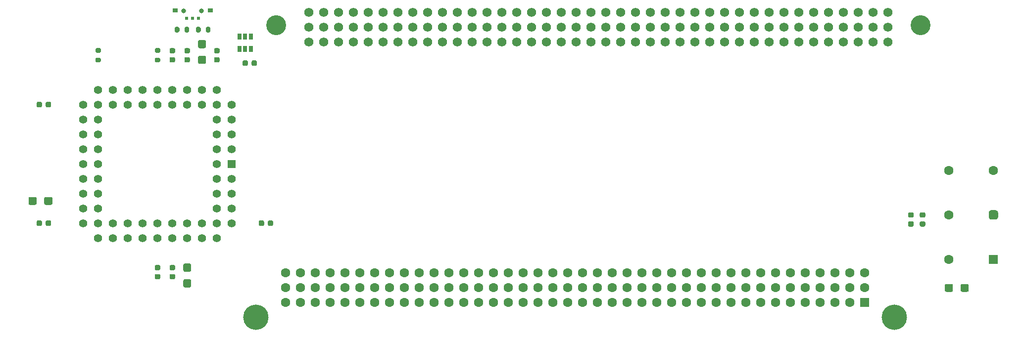
<source format=gbr>
%TF.GenerationSoftware,KiCad,Pcbnew,5.1.9+dfsg1-1~bpo10+1*%
%TF.CreationDate,2023-04-14T13:40:22+02:00*%
%TF.ProjectId,IIsiPDSAdapter,49497369-5044-4534-9164-61707465722e,rev?*%
%TF.SameCoordinates,Original*%
%TF.FileFunction,Soldermask,Top*%
%TF.FilePolarity,Negative*%
%FSLAX46Y46*%
G04 Gerber Fmt 4.6, Leading zero omitted, Abs format (unit mm)*
G04 Created by KiCad (PCBNEW 5.1.9+dfsg1-1~bpo10+1) date 2023-04-14 13:40:22*
%MOMM*%
%LPD*%
G01*
G04 APERTURE LIST*
%ADD10C,0.800000*%
%ADD11R,0.900000X0.700000*%
%ADD12R,0.600000X0.510000*%
%ADD13C,1.600000*%
%ADD14R,1.600000X1.600000*%
%ADD15R,0.650000X1.060000*%
%ADD16C,3.403600*%
%ADD17C,1.574800*%
%ADD18C,1.400000*%
%ADD19R,1.400000X1.400000*%
%ADD20C,4.335000*%
%ADD21C,1.605000*%
%ADD22R,1.605000X1.605000*%
G04 APERTURE END LIST*
D10*
%TO.C,S1*%
X83500000Y-100000000D03*
X86500000Y-100000000D03*
D11*
X88000000Y-99925000D03*
X82000000Y-99925000D03*
D12*
X86000000Y-101280000D03*
X85000000Y-101280000D03*
X84000000Y-101280000D03*
%TD*%
%TO.C,C15*%
G36*
G01*
X216380000Y-147925001D02*
X216380000Y-147074999D01*
G75*
G02*
X216629999Y-146825000I249999J0D01*
G01*
X217530001Y-146825000D01*
G75*
G02*
X217780000Y-147074999I0J-249999D01*
G01*
X217780000Y-147925001D01*
G75*
G02*
X217530001Y-148175000I-249999J0D01*
G01*
X216629999Y-148175000D01*
G75*
G02*
X216380000Y-147925001I0J249999D01*
G01*
G37*
G36*
G01*
X213680000Y-147925001D02*
X213680000Y-147074999D01*
G75*
G02*
X213929999Y-146825000I249999J0D01*
G01*
X214830001Y-146825000D01*
G75*
G02*
X215080000Y-147074999I0J-249999D01*
G01*
X215080000Y-147925001D01*
G75*
G02*
X214830001Y-148175000I-249999J0D01*
G01*
X213929999Y-148175000D01*
G75*
G02*
X213680000Y-147925001I0J249999D01*
G01*
G37*
%TD*%
%TO.C,X1*%
G36*
G01*
X222400000Y-135800000D02*
X221600000Y-135800000D01*
G75*
G02*
X221200000Y-135400000I0J400000D01*
G01*
X221200000Y-134600000D01*
G75*
G02*
X221600000Y-134200000I400000J0D01*
G01*
X222400000Y-134200000D01*
G75*
G02*
X222800000Y-134600000I0J-400000D01*
G01*
X222800000Y-135400000D01*
G75*
G02*
X222400000Y-135800000I-400000J0D01*
G01*
G37*
D13*
X214380000Y-135000000D03*
X222000000Y-127380000D03*
X214380000Y-127380000D03*
X214380000Y-142620000D03*
D14*
X222000000Y-142620000D03*
%TD*%
%TO.C,C14*%
G36*
G01*
X95100000Y-109250000D02*
X95100000Y-108750000D01*
G75*
G02*
X95325000Y-108525000I225000J0D01*
G01*
X95775000Y-108525000D01*
G75*
G02*
X96000000Y-108750000I0J-225000D01*
G01*
X96000000Y-109250000D01*
G75*
G02*
X95775000Y-109475000I-225000J0D01*
G01*
X95325000Y-109475000D01*
G75*
G02*
X95100000Y-109250000I0J225000D01*
G01*
G37*
G36*
G01*
X93550000Y-109250000D02*
X93550000Y-108750000D01*
G75*
G02*
X93775000Y-108525000I225000J0D01*
G01*
X94225000Y-108525000D01*
G75*
G02*
X94450000Y-108750000I0J-225000D01*
G01*
X94450000Y-109250000D01*
G75*
G02*
X94225000Y-109475000I-225000J0D01*
G01*
X93775000Y-109475000D01*
G75*
G02*
X93550000Y-109250000I0J225000D01*
G01*
G37*
%TD*%
D15*
%TO.C,U1*%
X94000000Y-106600000D03*
X94950000Y-106600000D03*
X93050000Y-106600000D03*
X93050000Y-104400000D03*
X94000000Y-104400000D03*
X94950000Y-104400000D03*
%TD*%
%TO.C,R5*%
G36*
G01*
X86391000Y-102975000D02*
X86391000Y-103525000D01*
G75*
G02*
X86191000Y-103725000I-200000J0D01*
G01*
X85791000Y-103725000D01*
G75*
G02*
X85591000Y-103525000I0J200000D01*
G01*
X85591000Y-102975000D01*
G75*
G02*
X85791000Y-102775000I200000J0D01*
G01*
X86191000Y-102775000D01*
G75*
G02*
X86391000Y-102975000I0J-200000D01*
G01*
G37*
G36*
G01*
X88041000Y-102975000D02*
X88041000Y-103525000D01*
G75*
G02*
X87841000Y-103725000I-200000J0D01*
G01*
X87441000Y-103725000D01*
G75*
G02*
X87241000Y-103525000I0J200000D01*
G01*
X87241000Y-102975000D01*
G75*
G02*
X87441000Y-102775000I200000J0D01*
G01*
X87841000Y-102775000D01*
G75*
G02*
X88041000Y-102975000I0J-200000D01*
G01*
G37*
%TD*%
%TO.C,R4*%
G36*
G01*
X83600000Y-103525000D02*
X83600000Y-102975000D01*
G75*
G02*
X83800000Y-102775000I200000J0D01*
G01*
X84200000Y-102775000D01*
G75*
G02*
X84400000Y-102975000I0J-200000D01*
G01*
X84400000Y-103525000D01*
G75*
G02*
X84200000Y-103725000I-200000J0D01*
G01*
X83800000Y-103725000D01*
G75*
G02*
X83600000Y-103525000I0J200000D01*
G01*
G37*
G36*
G01*
X81950000Y-103525000D02*
X81950000Y-102975000D01*
G75*
G02*
X82150000Y-102775000I200000J0D01*
G01*
X82550000Y-102775000D01*
G75*
G02*
X82750000Y-102975000I0J-200000D01*
G01*
X82750000Y-103525000D01*
G75*
G02*
X82550000Y-103725000I-200000J0D01*
G01*
X82150000Y-103725000D01*
G75*
G02*
X81950000Y-103525000I0J200000D01*
G01*
G37*
%TD*%
D16*
%TO.C,J4*%
X209576100Y-102535200D03*
X99263900Y-102535200D03*
D17*
X104890000Y-105380000D03*
X107430000Y-105380000D03*
X109970000Y-105380000D03*
X112510000Y-105380000D03*
X115050000Y-105380000D03*
X117590000Y-105380000D03*
X120130000Y-105380000D03*
X122670000Y-105380000D03*
X125210000Y-105380000D03*
X127750000Y-105380000D03*
X130290000Y-105380000D03*
X132830000Y-105380000D03*
X135370000Y-105380000D03*
X137910000Y-105380000D03*
X140450000Y-105380000D03*
X142990000Y-105380000D03*
X145530000Y-105380000D03*
X148070000Y-105380000D03*
X150610000Y-105380000D03*
X153150000Y-105380000D03*
X155690000Y-105380000D03*
X158230000Y-105380000D03*
X160770000Y-105380000D03*
X163310000Y-105380000D03*
X165850000Y-105380000D03*
X168390000Y-105380000D03*
X170930000Y-105380000D03*
X173470000Y-105380000D03*
X176010000Y-105380000D03*
X178550000Y-105380000D03*
X181090000Y-105380000D03*
X183630000Y-105380000D03*
X186170000Y-105380000D03*
X188710000Y-105380000D03*
X191250000Y-105380000D03*
X193790000Y-105380000D03*
X196330000Y-105380000D03*
X198870000Y-105380000D03*
X201410000Y-105380000D03*
X203950000Y-105380000D03*
X104890000Y-102840000D03*
X107430000Y-102840000D03*
X109970000Y-102840000D03*
X112510000Y-102840000D03*
X115050000Y-102840000D03*
X117590000Y-102840000D03*
X120130000Y-102840000D03*
X122670000Y-102840000D03*
X125210000Y-102840000D03*
X127750000Y-102840000D03*
X130290000Y-102840000D03*
X132830000Y-102840000D03*
X135370000Y-102840000D03*
X137910000Y-102840000D03*
X140450000Y-102840000D03*
X142990000Y-102840000D03*
X145530000Y-102840000D03*
X148070000Y-102840000D03*
X150610000Y-102840000D03*
X153150000Y-102840000D03*
X155690000Y-102840000D03*
X158230000Y-102840000D03*
X160770000Y-102840000D03*
X163310000Y-102840000D03*
X165850000Y-102840000D03*
X168390000Y-102840000D03*
X170930000Y-102840000D03*
X173470000Y-102840000D03*
X176010000Y-102840000D03*
X178550000Y-102840000D03*
X181090000Y-102840000D03*
X183630000Y-102840000D03*
X186170000Y-102840000D03*
X188710000Y-102840000D03*
X191250000Y-102840000D03*
X193790000Y-102840000D03*
X196330000Y-102840000D03*
X198870000Y-102840000D03*
X201410000Y-102840000D03*
X203950000Y-102840000D03*
X104890000Y-100300000D03*
X107430000Y-100300000D03*
X109970000Y-100300000D03*
X112510000Y-100300000D03*
X115050000Y-100300000D03*
X117590000Y-100300000D03*
X120130000Y-100300000D03*
X122670000Y-100300000D03*
X125210000Y-100300000D03*
X127750000Y-100300000D03*
X130290000Y-100300000D03*
X132830000Y-100300000D03*
X135370000Y-100300000D03*
X137910000Y-100300000D03*
X140450000Y-100300000D03*
X142990000Y-100300000D03*
X145530000Y-100300000D03*
X148070000Y-100300000D03*
X150610000Y-100300000D03*
X153150000Y-100300000D03*
X155690000Y-100300000D03*
X158230000Y-100300000D03*
X160770000Y-100300000D03*
X163310000Y-100300000D03*
X165850000Y-100300000D03*
X168390000Y-100300000D03*
X170930000Y-100300000D03*
X173470000Y-100300000D03*
X176010000Y-100300000D03*
X178550000Y-100300000D03*
X181090000Y-100300000D03*
X183630000Y-100300000D03*
X186170000Y-100300000D03*
X188710000Y-100300000D03*
X191250000Y-100300000D03*
X193790000Y-100300000D03*
X196330000Y-100300000D03*
X198870000Y-100300000D03*
X201410000Y-100300000D03*
X203950000Y-100300000D03*
%TD*%
D18*
%TO.C,J2*%
X89160000Y-128790000D03*
X91700000Y-128790000D03*
X89160000Y-131330000D03*
X91700000Y-131330000D03*
X89160000Y-133870000D03*
X91700000Y-133870000D03*
X89160000Y-136410000D03*
X91700000Y-136410000D03*
X89160000Y-138950000D03*
X86620000Y-136410000D03*
X86620000Y-138950000D03*
X84080000Y-136410000D03*
X84080000Y-138950000D03*
X81540000Y-136410000D03*
X81540000Y-138950000D03*
X79000000Y-136410000D03*
X79000000Y-138950000D03*
X76460000Y-136410000D03*
X76460000Y-138950000D03*
X73920000Y-136410000D03*
X73920000Y-138950000D03*
X71380000Y-136410000D03*
X71380000Y-138950000D03*
X68840000Y-136410000D03*
X68840000Y-138950000D03*
X66300000Y-136410000D03*
X68840000Y-133870000D03*
X66300000Y-133870000D03*
X68840000Y-131330000D03*
X66300000Y-131330000D03*
X68840000Y-128790000D03*
X66300000Y-128790000D03*
X68840000Y-126250000D03*
X66300000Y-126250000D03*
X68840000Y-123710000D03*
X66300000Y-123710000D03*
X68840000Y-121170000D03*
X66300000Y-121170000D03*
X68840000Y-118630000D03*
X66300000Y-118630000D03*
X68840000Y-116090000D03*
X66300000Y-116090000D03*
X68840000Y-113550000D03*
X71380000Y-116090000D03*
X71380000Y-113550000D03*
X73920000Y-116090000D03*
X73920000Y-113550000D03*
X76460000Y-116090000D03*
X76460000Y-113550000D03*
X79000000Y-116090000D03*
X79000000Y-113550000D03*
X81540000Y-116090000D03*
X81540000Y-113550000D03*
X84080000Y-116090000D03*
X84080000Y-113550000D03*
X86620000Y-116090000D03*
X86620000Y-113550000D03*
X89160000Y-116090000D03*
X89160000Y-113550000D03*
X91700000Y-116090000D03*
X89160000Y-118630000D03*
X91700000Y-118630000D03*
X89160000Y-121170000D03*
X91700000Y-121170000D03*
X89160000Y-123710000D03*
X91700000Y-123710000D03*
X89160000Y-126250000D03*
D19*
X91700000Y-126250000D03*
%TD*%
%TO.C,C13*%
G36*
G01*
X58330000Y-132174999D02*
X58330000Y-133025001D01*
G75*
G02*
X58080001Y-133275000I-249999J0D01*
G01*
X57179999Y-133275000D01*
G75*
G02*
X56930000Y-133025001I0J249999D01*
G01*
X56930000Y-132174999D01*
G75*
G02*
X57179999Y-131925000I249999J0D01*
G01*
X58080001Y-131925000D01*
G75*
G02*
X58330000Y-132174999I0J-249999D01*
G01*
G37*
G36*
G01*
X61030000Y-132174999D02*
X61030000Y-133025001D01*
G75*
G02*
X60780001Y-133275000I-249999J0D01*
G01*
X59879999Y-133275000D01*
G75*
G02*
X59630000Y-133025001I0J249999D01*
G01*
X59630000Y-132174999D01*
G75*
G02*
X59879999Y-131925000I249999J0D01*
G01*
X60780001Y-131925000D01*
G75*
G02*
X61030000Y-132174999I0J-249999D01*
G01*
G37*
%TD*%
%TO.C,C12*%
G36*
G01*
X87045001Y-106440000D02*
X86194999Y-106440000D01*
G75*
G02*
X85945000Y-106190001I0J249999D01*
G01*
X85945000Y-105289999D01*
G75*
G02*
X86194999Y-105040000I249999J0D01*
G01*
X87045001Y-105040000D01*
G75*
G02*
X87295000Y-105289999I0J-249999D01*
G01*
X87295000Y-106190001D01*
G75*
G02*
X87045001Y-106440000I-249999J0D01*
G01*
G37*
G36*
G01*
X87045001Y-109140000D02*
X86194999Y-109140000D01*
G75*
G02*
X85945000Y-108890001I0J249999D01*
G01*
X85945000Y-107989999D01*
G75*
G02*
X86194999Y-107740000I249999J0D01*
G01*
X87045001Y-107740000D01*
G75*
G02*
X87295000Y-107989999I0J-249999D01*
G01*
X87295000Y-108890001D01*
G75*
G02*
X87045001Y-109140000I-249999J0D01*
G01*
G37*
%TD*%
%TO.C,C11*%
G36*
G01*
X83654999Y-146027000D02*
X84505001Y-146027000D01*
G75*
G02*
X84755000Y-146276999I0J-249999D01*
G01*
X84755000Y-147177001D01*
G75*
G02*
X84505001Y-147427000I-249999J0D01*
G01*
X83654999Y-147427000D01*
G75*
G02*
X83405000Y-147177001I0J249999D01*
G01*
X83405000Y-146276999D01*
G75*
G02*
X83654999Y-146027000I249999J0D01*
G01*
G37*
G36*
G01*
X83654999Y-143327000D02*
X84505001Y-143327000D01*
G75*
G02*
X84755000Y-143576999I0J-249999D01*
G01*
X84755000Y-144477001D01*
G75*
G02*
X84505001Y-144727000I-249999J0D01*
G01*
X83654999Y-144727000D01*
G75*
G02*
X83405000Y-144477001I0J249999D01*
G01*
X83405000Y-143576999D01*
G75*
G02*
X83654999Y-143327000I249999J0D01*
G01*
G37*
%TD*%
%TO.C,C10*%
G36*
G01*
X209630000Y-136100000D02*
X210130000Y-136100000D01*
G75*
G02*
X210355000Y-136325000I0J-225000D01*
G01*
X210355000Y-136775000D01*
G75*
G02*
X210130000Y-137000000I-225000J0D01*
G01*
X209630000Y-137000000D01*
G75*
G02*
X209405000Y-136775000I0J225000D01*
G01*
X209405000Y-136325000D01*
G75*
G02*
X209630000Y-136100000I225000J0D01*
G01*
G37*
G36*
G01*
X209630000Y-134550000D02*
X210130000Y-134550000D01*
G75*
G02*
X210355000Y-134775000I0J-225000D01*
G01*
X210355000Y-135225000D01*
G75*
G02*
X210130000Y-135450000I-225000J0D01*
G01*
X209630000Y-135450000D01*
G75*
G02*
X209405000Y-135225000I0J225000D01*
G01*
X209405000Y-134775000D01*
G75*
G02*
X209630000Y-134550000I225000J0D01*
G01*
G37*
%TD*%
%TO.C,C9*%
G36*
G01*
X207630000Y-136100000D02*
X208130000Y-136100000D01*
G75*
G02*
X208355000Y-136325000I0J-225000D01*
G01*
X208355000Y-136775000D01*
G75*
G02*
X208130000Y-137000000I-225000J0D01*
G01*
X207630000Y-137000000D01*
G75*
G02*
X207405000Y-136775000I0J225000D01*
G01*
X207405000Y-136325000D01*
G75*
G02*
X207630000Y-136100000I225000J0D01*
G01*
G37*
G36*
G01*
X207630000Y-134550000D02*
X208130000Y-134550000D01*
G75*
G02*
X208355000Y-134775000I0J-225000D01*
G01*
X208355000Y-135225000D01*
G75*
G02*
X208130000Y-135450000I-225000J0D01*
G01*
X207630000Y-135450000D01*
G75*
G02*
X207405000Y-135225000I0J225000D01*
G01*
X207405000Y-134775000D01*
G75*
G02*
X207630000Y-134550000I225000J0D01*
G01*
G37*
%TD*%
%TO.C,R2*%
G36*
G01*
X69115000Y-107220000D02*
X68565000Y-107220000D01*
G75*
G02*
X68365000Y-107020000I0J200000D01*
G01*
X68365000Y-106620000D01*
G75*
G02*
X68565000Y-106420000I200000J0D01*
G01*
X69115000Y-106420000D01*
G75*
G02*
X69315000Y-106620000I0J-200000D01*
G01*
X69315000Y-107020000D01*
G75*
G02*
X69115000Y-107220000I-200000J0D01*
G01*
G37*
G36*
G01*
X69115000Y-108870000D02*
X68565000Y-108870000D01*
G75*
G02*
X68365000Y-108670000I0J200000D01*
G01*
X68365000Y-108270000D01*
G75*
G02*
X68565000Y-108070000I200000J0D01*
G01*
X69115000Y-108070000D01*
G75*
G02*
X69315000Y-108270000I0J-200000D01*
G01*
X69315000Y-108670000D01*
G75*
G02*
X69115000Y-108870000I-200000J0D01*
G01*
G37*
%TD*%
%TO.C,R1*%
G36*
G01*
X79275000Y-107220000D02*
X78725000Y-107220000D01*
G75*
G02*
X78525000Y-107020000I0J200000D01*
G01*
X78525000Y-106620000D01*
G75*
G02*
X78725000Y-106420000I200000J0D01*
G01*
X79275000Y-106420000D01*
G75*
G02*
X79475000Y-106620000I0J-200000D01*
G01*
X79475000Y-107020000D01*
G75*
G02*
X79275000Y-107220000I-200000J0D01*
G01*
G37*
G36*
G01*
X79275000Y-108870000D02*
X78725000Y-108870000D01*
G75*
G02*
X78525000Y-108670000I0J200000D01*
G01*
X78525000Y-108270000D01*
G75*
G02*
X78725000Y-108070000I200000J0D01*
G01*
X79275000Y-108070000D01*
G75*
G02*
X79475000Y-108270000I0J-200000D01*
G01*
X79475000Y-108670000D01*
G75*
G02*
X79275000Y-108870000I-200000J0D01*
G01*
G37*
%TD*%
D20*
%TO.C,J1*%
X95860000Y-152540000D03*
X205080000Y-152540000D03*
D21*
X100940000Y-144920000D03*
X103480000Y-144920000D03*
X106020000Y-144920000D03*
X108560000Y-144920000D03*
X111100000Y-144920000D03*
X113640000Y-144920000D03*
X116180000Y-144920000D03*
X118720000Y-144920000D03*
X121260000Y-144920000D03*
X123800000Y-144920000D03*
X126340000Y-144920000D03*
X128880000Y-144920000D03*
X131420000Y-144920000D03*
X133960000Y-144920000D03*
X136500000Y-144920000D03*
X139040000Y-144920000D03*
X141580000Y-144920000D03*
X144120000Y-144920000D03*
X146660000Y-144920000D03*
X149200000Y-144920000D03*
X151740000Y-144920000D03*
X154280000Y-144920000D03*
X156820000Y-144920000D03*
X159360000Y-144920000D03*
X161900000Y-144920000D03*
X164440000Y-144920000D03*
X166980000Y-144920000D03*
X169520000Y-144920000D03*
X172060000Y-144920000D03*
X174600000Y-144920000D03*
X177140000Y-144920000D03*
X179680000Y-144920000D03*
X182220000Y-144920000D03*
X184760000Y-144920000D03*
X187300000Y-144920000D03*
X189840000Y-144920000D03*
X192380000Y-144920000D03*
X194920000Y-144920000D03*
X197460000Y-144920000D03*
X200000000Y-144920000D03*
X100940000Y-147460000D03*
X103480000Y-147460000D03*
X106020000Y-147460000D03*
X108560000Y-147460000D03*
X111100000Y-147460000D03*
X113640000Y-147460000D03*
X116180000Y-147460000D03*
X118720000Y-147460000D03*
X121260000Y-147460000D03*
X123800000Y-147460000D03*
X126340000Y-147460000D03*
X128880000Y-147460000D03*
X131420000Y-147460000D03*
X133960000Y-147460000D03*
X136500000Y-147460000D03*
X139040000Y-147460000D03*
X141580000Y-147460000D03*
X144120000Y-147460000D03*
X146660000Y-147460000D03*
X149200000Y-147460000D03*
X151740000Y-147460000D03*
X154280000Y-147460000D03*
X156820000Y-147460000D03*
X159360000Y-147460000D03*
X161900000Y-147460000D03*
X164440000Y-147460000D03*
X166980000Y-147460000D03*
X169520000Y-147460000D03*
X172060000Y-147460000D03*
X174600000Y-147460000D03*
X177140000Y-147460000D03*
X179680000Y-147460000D03*
X182220000Y-147460000D03*
X184760000Y-147460000D03*
X187300000Y-147460000D03*
X189840000Y-147460000D03*
X192380000Y-147460000D03*
X194920000Y-147460000D03*
X197460000Y-147460000D03*
X200000000Y-147460000D03*
X100940000Y-150000000D03*
X103480000Y-150000000D03*
X106020000Y-150000000D03*
X108560000Y-150000000D03*
X111100000Y-150000000D03*
X113640000Y-150000000D03*
X116180000Y-150000000D03*
X118720000Y-150000000D03*
X121260000Y-150000000D03*
X123800000Y-150000000D03*
X126340000Y-150000000D03*
X128880000Y-150000000D03*
X131420000Y-150000000D03*
X133960000Y-150000000D03*
X136500000Y-150000000D03*
X139040000Y-150000000D03*
X141580000Y-150000000D03*
X144120000Y-150000000D03*
X146660000Y-150000000D03*
X149200000Y-150000000D03*
X151740000Y-150000000D03*
X154280000Y-150000000D03*
X156820000Y-150000000D03*
X159360000Y-150000000D03*
X161900000Y-150000000D03*
X164440000Y-150000000D03*
X166980000Y-150000000D03*
X169520000Y-150000000D03*
X172060000Y-150000000D03*
X174600000Y-150000000D03*
X177140000Y-150000000D03*
X179680000Y-150000000D03*
X182220000Y-150000000D03*
X184760000Y-150000000D03*
X187300000Y-150000000D03*
X189840000Y-150000000D03*
X192380000Y-150000000D03*
X194920000Y-150000000D03*
X197460000Y-150000000D03*
D22*
X200000000Y-150000000D03*
%TD*%
%TO.C,C7*%
G36*
G01*
X59230000Y-115840000D02*
X59230000Y-116340000D01*
G75*
G02*
X59005000Y-116565000I-225000J0D01*
G01*
X58555000Y-116565000D01*
G75*
G02*
X58330000Y-116340000I0J225000D01*
G01*
X58330000Y-115840000D01*
G75*
G02*
X58555000Y-115615000I225000J0D01*
G01*
X59005000Y-115615000D01*
G75*
G02*
X59230000Y-115840000I0J-225000D01*
G01*
G37*
G36*
G01*
X60780000Y-115840000D02*
X60780000Y-116340000D01*
G75*
G02*
X60555000Y-116565000I-225000J0D01*
G01*
X60105000Y-116565000D01*
G75*
G02*
X59880000Y-116340000I0J225000D01*
G01*
X59880000Y-115840000D01*
G75*
G02*
X60105000Y-115615000I225000J0D01*
G01*
X60555000Y-115615000D01*
G75*
G02*
X60780000Y-115840000I0J-225000D01*
G01*
G37*
%TD*%
%TO.C,C8*%
G36*
G01*
X59230000Y-136160000D02*
X59230000Y-136660000D01*
G75*
G02*
X59005000Y-136885000I-225000J0D01*
G01*
X58555000Y-136885000D01*
G75*
G02*
X58330000Y-136660000I0J225000D01*
G01*
X58330000Y-136160000D01*
G75*
G02*
X58555000Y-135935000I225000J0D01*
G01*
X59005000Y-135935000D01*
G75*
G02*
X59230000Y-136160000I0J-225000D01*
G01*
G37*
G36*
G01*
X60780000Y-136160000D02*
X60780000Y-136660000D01*
G75*
G02*
X60555000Y-136885000I-225000J0D01*
G01*
X60105000Y-136885000D01*
G75*
G02*
X59880000Y-136660000I0J225000D01*
G01*
X59880000Y-136160000D01*
G75*
G02*
X60105000Y-135935000I225000J0D01*
G01*
X60555000Y-135935000D01*
G75*
G02*
X60780000Y-136160000I0J-225000D01*
G01*
G37*
%TD*%
%TO.C,C3*%
G36*
G01*
X97880000Y-136660000D02*
X97880000Y-136160000D01*
G75*
G02*
X98105000Y-135935000I225000J0D01*
G01*
X98555000Y-135935000D01*
G75*
G02*
X98780000Y-136160000I0J-225000D01*
G01*
X98780000Y-136660000D01*
G75*
G02*
X98555000Y-136885000I-225000J0D01*
G01*
X98105000Y-136885000D01*
G75*
G02*
X97880000Y-136660000I0J225000D01*
G01*
G37*
G36*
G01*
X96330000Y-136660000D02*
X96330000Y-136160000D01*
G75*
G02*
X96555000Y-135935000I225000J0D01*
G01*
X97005000Y-135935000D01*
G75*
G02*
X97230000Y-136160000I0J-225000D01*
G01*
X97230000Y-136660000D01*
G75*
G02*
X97005000Y-136885000I-225000J0D01*
G01*
X96555000Y-136885000D01*
G75*
G02*
X96330000Y-136660000I0J225000D01*
G01*
G37*
%TD*%
%TO.C,C1*%
G36*
G01*
X78750000Y-145127000D02*
X79250000Y-145127000D01*
G75*
G02*
X79475000Y-145352000I0J-225000D01*
G01*
X79475000Y-145802000D01*
G75*
G02*
X79250000Y-146027000I-225000J0D01*
G01*
X78750000Y-146027000D01*
G75*
G02*
X78525000Y-145802000I0J225000D01*
G01*
X78525000Y-145352000D01*
G75*
G02*
X78750000Y-145127000I225000J0D01*
G01*
G37*
G36*
G01*
X78750000Y-143577000D02*
X79250000Y-143577000D01*
G75*
G02*
X79475000Y-143802000I0J-225000D01*
G01*
X79475000Y-144252000D01*
G75*
G02*
X79250000Y-144477000I-225000J0D01*
G01*
X78750000Y-144477000D01*
G75*
G02*
X78525000Y-144252000I0J225000D01*
G01*
X78525000Y-143802000D01*
G75*
G02*
X78750000Y-143577000I225000J0D01*
G01*
G37*
%TD*%
%TO.C,C2*%
G36*
G01*
X81290000Y-145127000D02*
X81790000Y-145127000D01*
G75*
G02*
X82015000Y-145352000I0J-225000D01*
G01*
X82015000Y-145802000D01*
G75*
G02*
X81790000Y-146027000I-225000J0D01*
G01*
X81290000Y-146027000D01*
G75*
G02*
X81065000Y-145802000I0J225000D01*
G01*
X81065000Y-145352000D01*
G75*
G02*
X81290000Y-145127000I225000J0D01*
G01*
G37*
G36*
G01*
X81290000Y-143577000D02*
X81790000Y-143577000D01*
G75*
G02*
X82015000Y-143802000I0J-225000D01*
G01*
X82015000Y-144252000D01*
G75*
G02*
X81790000Y-144477000I-225000J0D01*
G01*
X81290000Y-144477000D01*
G75*
G02*
X81065000Y-144252000I0J225000D01*
G01*
X81065000Y-143802000D01*
G75*
G02*
X81290000Y-143577000I225000J0D01*
G01*
G37*
%TD*%
%TO.C,C5*%
G36*
G01*
X84330000Y-107320000D02*
X83830000Y-107320000D01*
G75*
G02*
X83605000Y-107095000I0J225000D01*
G01*
X83605000Y-106645000D01*
G75*
G02*
X83830000Y-106420000I225000J0D01*
G01*
X84330000Y-106420000D01*
G75*
G02*
X84555000Y-106645000I0J-225000D01*
G01*
X84555000Y-107095000D01*
G75*
G02*
X84330000Y-107320000I-225000J0D01*
G01*
G37*
G36*
G01*
X84330000Y-108870000D02*
X83830000Y-108870000D01*
G75*
G02*
X83605000Y-108645000I0J225000D01*
G01*
X83605000Y-108195000D01*
G75*
G02*
X83830000Y-107970000I225000J0D01*
G01*
X84330000Y-107970000D01*
G75*
G02*
X84555000Y-108195000I0J-225000D01*
G01*
X84555000Y-108645000D01*
G75*
G02*
X84330000Y-108870000I-225000J0D01*
G01*
G37*
%TD*%
%TO.C,C6*%
G36*
G01*
X81790000Y-107320000D02*
X81290000Y-107320000D01*
G75*
G02*
X81065000Y-107095000I0J225000D01*
G01*
X81065000Y-106645000D01*
G75*
G02*
X81290000Y-106420000I225000J0D01*
G01*
X81790000Y-106420000D01*
G75*
G02*
X82015000Y-106645000I0J-225000D01*
G01*
X82015000Y-107095000D01*
G75*
G02*
X81790000Y-107320000I-225000J0D01*
G01*
G37*
G36*
G01*
X81790000Y-108870000D02*
X81290000Y-108870000D01*
G75*
G02*
X81065000Y-108645000I0J225000D01*
G01*
X81065000Y-108195000D01*
G75*
G02*
X81290000Y-107970000I225000J0D01*
G01*
X81790000Y-107970000D01*
G75*
G02*
X82015000Y-108195000I0J-225000D01*
G01*
X82015000Y-108645000D01*
G75*
G02*
X81790000Y-108870000I-225000J0D01*
G01*
G37*
%TD*%
%TO.C,C4*%
G36*
G01*
X89410000Y-107320000D02*
X88910000Y-107320000D01*
G75*
G02*
X88685000Y-107095000I0J225000D01*
G01*
X88685000Y-106645000D01*
G75*
G02*
X88910000Y-106420000I225000J0D01*
G01*
X89410000Y-106420000D01*
G75*
G02*
X89635000Y-106645000I0J-225000D01*
G01*
X89635000Y-107095000D01*
G75*
G02*
X89410000Y-107320000I-225000J0D01*
G01*
G37*
G36*
G01*
X89410000Y-108870000D02*
X88910000Y-108870000D01*
G75*
G02*
X88685000Y-108645000I0J225000D01*
G01*
X88685000Y-108195000D01*
G75*
G02*
X88910000Y-107970000I225000J0D01*
G01*
X89410000Y-107970000D01*
G75*
G02*
X89635000Y-108195000I0J-225000D01*
G01*
X89635000Y-108645000D01*
G75*
G02*
X89410000Y-108870000I-225000J0D01*
G01*
G37*
%TD*%
M02*

</source>
